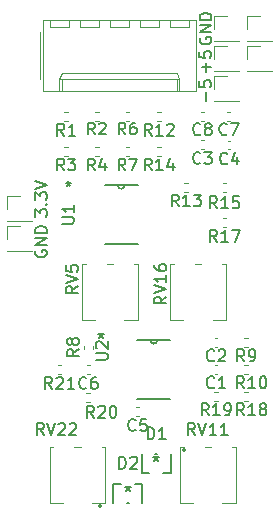
<source format=gbr>
%TF.GenerationSoftware,KiCad,Pcbnew,(7.0.0-0)*%
%TF.CreationDate,2023-08-15T00:25:00+01:00*%
%TF.ProjectId,EMGSensor3.1,454d4753-656e-4736-9f72-332e312e6b69,rev?*%
%TF.SameCoordinates,Original*%
%TF.FileFunction,Legend,Top*%
%TF.FilePolarity,Positive*%
%FSLAX46Y46*%
G04 Gerber Fmt 4.6, Leading zero omitted, Abs format (unit mm)*
G04 Created by KiCad (PCBNEW (7.0.0-0)) date 2023-08-15 00:25:00*
%MOMM*%
%LPD*%
G01*
G04 APERTURE LIST*
%ADD10C,0.150000*%
%ADD11C,0.120000*%
%ADD12C,0.152400*%
G04 APERTURE END LIST*
D10*
%TO.C,GND*%
X144703000Y-80873504D02*
X144655380Y-80968742D01*
X144655380Y-80968742D02*
X144655380Y-81111599D01*
X144655380Y-81111599D02*
X144703000Y-81254456D01*
X144703000Y-81254456D02*
X144798238Y-81349694D01*
X144798238Y-81349694D02*
X144893476Y-81397313D01*
X144893476Y-81397313D02*
X145083952Y-81444932D01*
X145083952Y-81444932D02*
X145226809Y-81444932D01*
X145226809Y-81444932D02*
X145417285Y-81397313D01*
X145417285Y-81397313D02*
X145512523Y-81349694D01*
X145512523Y-81349694D02*
X145607761Y-81254456D01*
X145607761Y-81254456D02*
X145655380Y-81111599D01*
X145655380Y-81111599D02*
X145655380Y-81016361D01*
X145655380Y-81016361D02*
X145607761Y-80873504D01*
X145607761Y-80873504D02*
X145560142Y-80825885D01*
X145560142Y-80825885D02*
X145226809Y-80825885D01*
X145226809Y-80825885D02*
X145226809Y-81016361D01*
X145655380Y-80397313D02*
X144655380Y-80397313D01*
X144655380Y-80397313D02*
X145655380Y-79825885D01*
X145655380Y-79825885D02*
X144655380Y-79825885D01*
X145655380Y-79349694D02*
X144655380Y-79349694D01*
X144655380Y-79349694D02*
X144655380Y-79111599D01*
X144655380Y-79111599D02*
X144703000Y-78968742D01*
X144703000Y-78968742D02*
X144798238Y-78873504D01*
X144798238Y-78873504D02*
X144893476Y-78825885D01*
X144893476Y-78825885D02*
X145083952Y-78778266D01*
X145083952Y-78778266D02*
X145226809Y-78778266D01*
X145226809Y-78778266D02*
X145417285Y-78825885D01*
X145417285Y-78825885D02*
X145512523Y-78873504D01*
X145512523Y-78873504D02*
X145607761Y-78968742D01*
X145607761Y-78968742D02*
X145655380Y-79111599D01*
X145655380Y-79111599D02*
X145655380Y-79349694D01*
%TO.C,+5*%
X145223628Y-83762742D02*
X145223628Y-83000838D01*
X145604580Y-83381790D02*
X144842676Y-83381790D01*
X144604580Y-82048457D02*
X144604580Y-82524647D01*
X144604580Y-82524647D02*
X145080771Y-82572266D01*
X145080771Y-82572266D02*
X145033152Y-82524647D01*
X145033152Y-82524647D02*
X144985533Y-82429409D01*
X144985533Y-82429409D02*
X144985533Y-82191314D01*
X144985533Y-82191314D02*
X145033152Y-82096076D01*
X145033152Y-82096076D02*
X145080771Y-82048457D01*
X145080771Y-82048457D02*
X145176009Y-82000838D01*
X145176009Y-82000838D02*
X145414104Y-82000838D01*
X145414104Y-82000838D02*
X145509342Y-82048457D01*
X145509342Y-82048457D02*
X145556961Y-82096076D01*
X145556961Y-82096076D02*
X145604580Y-82191314D01*
X145604580Y-82191314D02*
X145604580Y-82429409D01*
X145604580Y-82429409D02*
X145556961Y-82524647D01*
X145556961Y-82524647D02*
X145509342Y-82572266D01*
%TO.C,-5*%
X145223628Y-86251942D02*
X145223628Y-85490038D01*
X144604580Y-84537657D02*
X144604580Y-85013847D01*
X144604580Y-85013847D02*
X145080771Y-85061466D01*
X145080771Y-85061466D02*
X145033152Y-85013847D01*
X145033152Y-85013847D02*
X144985533Y-84918609D01*
X144985533Y-84918609D02*
X144985533Y-84680514D01*
X144985533Y-84680514D02*
X145033152Y-84585276D01*
X145033152Y-84585276D02*
X145080771Y-84537657D01*
X145080771Y-84537657D02*
X145176009Y-84490038D01*
X145176009Y-84490038D02*
X145414104Y-84490038D01*
X145414104Y-84490038D02*
X145509342Y-84537657D01*
X145509342Y-84537657D02*
X145556961Y-84585276D01*
X145556961Y-84585276D02*
X145604580Y-84680514D01*
X145604580Y-84680514D02*
X145604580Y-84918609D01*
X145604580Y-84918609D02*
X145556961Y-85013847D01*
X145556961Y-85013847D02*
X145509342Y-85061466D01*
%TO.C,GND*%
X130783800Y-98907504D02*
X130736180Y-99002742D01*
X130736180Y-99002742D02*
X130736180Y-99145599D01*
X130736180Y-99145599D02*
X130783800Y-99288456D01*
X130783800Y-99288456D02*
X130879038Y-99383694D01*
X130879038Y-99383694D02*
X130974276Y-99431313D01*
X130974276Y-99431313D02*
X131164752Y-99478932D01*
X131164752Y-99478932D02*
X131307609Y-99478932D01*
X131307609Y-99478932D02*
X131498085Y-99431313D01*
X131498085Y-99431313D02*
X131593323Y-99383694D01*
X131593323Y-99383694D02*
X131688561Y-99288456D01*
X131688561Y-99288456D02*
X131736180Y-99145599D01*
X131736180Y-99145599D02*
X131736180Y-99050361D01*
X131736180Y-99050361D02*
X131688561Y-98907504D01*
X131688561Y-98907504D02*
X131640942Y-98859885D01*
X131640942Y-98859885D02*
X131307609Y-98859885D01*
X131307609Y-98859885D02*
X131307609Y-99050361D01*
X131736180Y-98431313D02*
X130736180Y-98431313D01*
X130736180Y-98431313D02*
X131736180Y-97859885D01*
X131736180Y-97859885D02*
X130736180Y-97859885D01*
X131736180Y-97383694D02*
X130736180Y-97383694D01*
X130736180Y-97383694D02*
X130736180Y-97145599D01*
X130736180Y-97145599D02*
X130783800Y-97002742D01*
X130783800Y-97002742D02*
X130879038Y-96907504D01*
X130879038Y-96907504D02*
X130974276Y-96859885D01*
X130974276Y-96859885D02*
X131164752Y-96812266D01*
X131164752Y-96812266D02*
X131307609Y-96812266D01*
X131307609Y-96812266D02*
X131498085Y-96859885D01*
X131498085Y-96859885D02*
X131593323Y-96907504D01*
X131593323Y-96907504D02*
X131688561Y-97002742D01*
X131688561Y-97002742D02*
X131736180Y-97145599D01*
X131736180Y-97145599D02*
X131736180Y-97383694D01*
%TO.C,3.3V*%
X130736180Y-96014989D02*
X130736180Y-95395942D01*
X130736180Y-95395942D02*
X131117133Y-95729275D01*
X131117133Y-95729275D02*
X131117133Y-95586418D01*
X131117133Y-95586418D02*
X131164752Y-95491180D01*
X131164752Y-95491180D02*
X131212371Y-95443561D01*
X131212371Y-95443561D02*
X131307609Y-95395942D01*
X131307609Y-95395942D02*
X131545704Y-95395942D01*
X131545704Y-95395942D02*
X131640942Y-95443561D01*
X131640942Y-95443561D02*
X131688561Y-95491180D01*
X131688561Y-95491180D02*
X131736180Y-95586418D01*
X131736180Y-95586418D02*
X131736180Y-95872132D01*
X131736180Y-95872132D02*
X131688561Y-95967370D01*
X131688561Y-95967370D02*
X131640942Y-96014989D01*
X131640942Y-94967370D02*
X131688561Y-94919751D01*
X131688561Y-94919751D02*
X131736180Y-94967370D01*
X131736180Y-94967370D02*
X131688561Y-95014989D01*
X131688561Y-95014989D02*
X131640942Y-94967370D01*
X131640942Y-94967370D02*
X131736180Y-94967370D01*
X130736180Y-94586418D02*
X130736180Y-93967371D01*
X130736180Y-93967371D02*
X131117133Y-94300704D01*
X131117133Y-94300704D02*
X131117133Y-94157847D01*
X131117133Y-94157847D02*
X131164752Y-94062609D01*
X131164752Y-94062609D02*
X131212371Y-94014990D01*
X131212371Y-94014990D02*
X131307609Y-93967371D01*
X131307609Y-93967371D02*
X131545704Y-93967371D01*
X131545704Y-93967371D02*
X131640942Y-94014990D01*
X131640942Y-94014990D02*
X131688561Y-94062609D01*
X131688561Y-94062609D02*
X131736180Y-94157847D01*
X131736180Y-94157847D02*
X131736180Y-94443561D01*
X131736180Y-94443561D02*
X131688561Y-94538799D01*
X131688561Y-94538799D02*
X131640942Y-94586418D01*
X130736180Y-93681656D02*
X131736180Y-93348323D01*
X131736180Y-93348323D02*
X130736180Y-93014990D01*
%TO.C,R10*%
X148404342Y-110554580D02*
X148071009Y-110078390D01*
X147832914Y-110554580D02*
X147832914Y-109554580D01*
X147832914Y-109554580D02*
X148213866Y-109554580D01*
X148213866Y-109554580D02*
X148309104Y-109602200D01*
X148309104Y-109602200D02*
X148356723Y-109649819D01*
X148356723Y-109649819D02*
X148404342Y-109745057D01*
X148404342Y-109745057D02*
X148404342Y-109887914D01*
X148404342Y-109887914D02*
X148356723Y-109983152D01*
X148356723Y-109983152D02*
X148309104Y-110030771D01*
X148309104Y-110030771D02*
X148213866Y-110078390D01*
X148213866Y-110078390D02*
X147832914Y-110078390D01*
X149356723Y-110554580D02*
X148785295Y-110554580D01*
X149071009Y-110554580D02*
X149071009Y-109554580D01*
X149071009Y-109554580D02*
X148975771Y-109697438D01*
X148975771Y-109697438D02*
X148880533Y-109792676D01*
X148880533Y-109792676D02*
X148785295Y-109840295D01*
X149975771Y-109554580D02*
X150071009Y-109554580D01*
X150071009Y-109554580D02*
X150166247Y-109602200D01*
X150166247Y-109602200D02*
X150213866Y-109649819D01*
X150213866Y-109649819D02*
X150261485Y-109745057D01*
X150261485Y-109745057D02*
X150309104Y-109935533D01*
X150309104Y-109935533D02*
X150309104Y-110173628D01*
X150309104Y-110173628D02*
X150261485Y-110364104D01*
X150261485Y-110364104D02*
X150213866Y-110459342D01*
X150213866Y-110459342D02*
X150166247Y-110506961D01*
X150166247Y-110506961D02*
X150071009Y-110554580D01*
X150071009Y-110554580D02*
X149975771Y-110554580D01*
X149975771Y-110554580D02*
X149880533Y-110506961D01*
X149880533Y-110506961D02*
X149832914Y-110459342D01*
X149832914Y-110459342D02*
X149785295Y-110364104D01*
X149785295Y-110364104D02*
X149737676Y-110173628D01*
X149737676Y-110173628D02*
X149737676Y-109935533D01*
X149737676Y-109935533D02*
X149785295Y-109745057D01*
X149785295Y-109745057D02*
X149832914Y-109649819D01*
X149832914Y-109649819D02*
X149880533Y-109602200D01*
X149880533Y-109602200D02*
X149975771Y-109554580D01*
%TO.C,R1*%
X133187333Y-89165780D02*
X132854000Y-88689590D01*
X132615905Y-89165780D02*
X132615905Y-88165780D01*
X132615905Y-88165780D02*
X132996857Y-88165780D01*
X132996857Y-88165780D02*
X133092095Y-88213400D01*
X133092095Y-88213400D02*
X133139714Y-88261019D01*
X133139714Y-88261019D02*
X133187333Y-88356257D01*
X133187333Y-88356257D02*
X133187333Y-88499114D01*
X133187333Y-88499114D02*
X133139714Y-88594352D01*
X133139714Y-88594352D02*
X133092095Y-88641971D01*
X133092095Y-88641971D02*
X132996857Y-88689590D01*
X132996857Y-88689590D02*
X132615905Y-88689590D01*
X134139714Y-89165780D02*
X133568286Y-89165780D01*
X133854000Y-89165780D02*
X133854000Y-88165780D01*
X133854000Y-88165780D02*
X133758762Y-88308638D01*
X133758762Y-88308638D02*
X133663524Y-88403876D01*
X133663524Y-88403876D02*
X133568286Y-88451495D01*
%TO.C,*%
%TO.C,R12*%
X140581142Y-89165780D02*
X140247809Y-88689590D01*
X140009714Y-89165780D02*
X140009714Y-88165780D01*
X140009714Y-88165780D02*
X140390666Y-88165780D01*
X140390666Y-88165780D02*
X140485904Y-88213400D01*
X140485904Y-88213400D02*
X140533523Y-88261019D01*
X140533523Y-88261019D02*
X140581142Y-88356257D01*
X140581142Y-88356257D02*
X140581142Y-88499114D01*
X140581142Y-88499114D02*
X140533523Y-88594352D01*
X140533523Y-88594352D02*
X140485904Y-88641971D01*
X140485904Y-88641971D02*
X140390666Y-88689590D01*
X140390666Y-88689590D02*
X140009714Y-88689590D01*
X141533523Y-89165780D02*
X140962095Y-89165780D01*
X141247809Y-89165780D02*
X141247809Y-88165780D01*
X141247809Y-88165780D02*
X141152571Y-88308638D01*
X141152571Y-88308638D02*
X141057333Y-88403876D01*
X141057333Y-88403876D02*
X140962095Y-88451495D01*
X141914476Y-88261019D02*
X141962095Y-88213400D01*
X141962095Y-88213400D02*
X142057333Y-88165780D01*
X142057333Y-88165780D02*
X142295428Y-88165780D01*
X142295428Y-88165780D02*
X142390666Y-88213400D01*
X142390666Y-88213400D02*
X142438285Y-88261019D01*
X142438285Y-88261019D02*
X142485904Y-88356257D01*
X142485904Y-88356257D02*
X142485904Y-88451495D01*
X142485904Y-88451495D02*
X142438285Y-88594352D01*
X142438285Y-88594352D02*
X141866857Y-89165780D01*
X141866857Y-89165780D02*
X142485904Y-89165780D01*
%TO.C,*%
%TO.C,R13*%
X142869142Y-95160180D02*
X142535809Y-94683990D01*
X142297714Y-95160180D02*
X142297714Y-94160180D01*
X142297714Y-94160180D02*
X142678666Y-94160180D01*
X142678666Y-94160180D02*
X142773904Y-94207800D01*
X142773904Y-94207800D02*
X142821523Y-94255419D01*
X142821523Y-94255419D02*
X142869142Y-94350657D01*
X142869142Y-94350657D02*
X142869142Y-94493514D01*
X142869142Y-94493514D02*
X142821523Y-94588752D01*
X142821523Y-94588752D02*
X142773904Y-94636371D01*
X142773904Y-94636371D02*
X142678666Y-94683990D01*
X142678666Y-94683990D02*
X142297714Y-94683990D01*
X143821523Y-95160180D02*
X143250095Y-95160180D01*
X143535809Y-95160180D02*
X143535809Y-94160180D01*
X143535809Y-94160180D02*
X143440571Y-94303038D01*
X143440571Y-94303038D02*
X143345333Y-94398276D01*
X143345333Y-94398276D02*
X143250095Y-94445895D01*
X144154857Y-94160180D02*
X144773904Y-94160180D01*
X144773904Y-94160180D02*
X144440571Y-94541133D01*
X144440571Y-94541133D02*
X144583428Y-94541133D01*
X144583428Y-94541133D02*
X144678666Y-94588752D01*
X144678666Y-94588752D02*
X144726285Y-94636371D01*
X144726285Y-94636371D02*
X144773904Y-94731609D01*
X144773904Y-94731609D02*
X144773904Y-94969704D01*
X144773904Y-94969704D02*
X144726285Y-95064942D01*
X144726285Y-95064942D02*
X144678666Y-95112561D01*
X144678666Y-95112561D02*
X144583428Y-95160180D01*
X144583428Y-95160180D02*
X144297714Y-95160180D01*
X144297714Y-95160180D02*
X144202476Y-95112561D01*
X144202476Y-95112561D02*
X144154857Y-95064942D01*
%TO.C,C6*%
X135062933Y-110510142D02*
X135015314Y-110557761D01*
X135015314Y-110557761D02*
X134872457Y-110605380D01*
X134872457Y-110605380D02*
X134777219Y-110605380D01*
X134777219Y-110605380D02*
X134634362Y-110557761D01*
X134634362Y-110557761D02*
X134539124Y-110462523D01*
X134539124Y-110462523D02*
X134491505Y-110367285D01*
X134491505Y-110367285D02*
X134443886Y-110176809D01*
X134443886Y-110176809D02*
X134443886Y-110033952D01*
X134443886Y-110033952D02*
X134491505Y-109843476D01*
X134491505Y-109843476D02*
X134539124Y-109748238D01*
X134539124Y-109748238D02*
X134634362Y-109653000D01*
X134634362Y-109653000D02*
X134777219Y-109605380D01*
X134777219Y-109605380D02*
X134872457Y-109605380D01*
X134872457Y-109605380D02*
X135015314Y-109653000D01*
X135015314Y-109653000D02*
X135062933Y-109700619D01*
X135920076Y-109605380D02*
X135729600Y-109605380D01*
X135729600Y-109605380D02*
X135634362Y-109653000D01*
X135634362Y-109653000D02*
X135586743Y-109700619D01*
X135586743Y-109700619D02*
X135491505Y-109843476D01*
X135491505Y-109843476D02*
X135443886Y-110033952D01*
X135443886Y-110033952D02*
X135443886Y-110414904D01*
X135443886Y-110414904D02*
X135491505Y-110510142D01*
X135491505Y-110510142D02*
X135539124Y-110557761D01*
X135539124Y-110557761D02*
X135634362Y-110605380D01*
X135634362Y-110605380D02*
X135824838Y-110605380D01*
X135824838Y-110605380D02*
X135920076Y-110557761D01*
X135920076Y-110557761D02*
X135967695Y-110510142D01*
X135967695Y-110510142D02*
X136015314Y-110414904D01*
X136015314Y-110414904D02*
X136015314Y-110176809D01*
X136015314Y-110176809D02*
X135967695Y-110081571D01*
X135967695Y-110081571D02*
X135920076Y-110033952D01*
X135920076Y-110033952D02*
X135824838Y-109986333D01*
X135824838Y-109986333D02*
X135634362Y-109986333D01*
X135634362Y-109986333D02*
X135539124Y-110033952D01*
X135539124Y-110033952D02*
X135491505Y-110081571D01*
X135491505Y-110081571D02*
X135443886Y-110176809D01*
%TO.C,R21*%
X132148342Y-110605380D02*
X131815009Y-110129190D01*
X131576914Y-110605380D02*
X131576914Y-109605380D01*
X131576914Y-109605380D02*
X131957866Y-109605380D01*
X131957866Y-109605380D02*
X132053104Y-109653000D01*
X132053104Y-109653000D02*
X132100723Y-109700619D01*
X132100723Y-109700619D02*
X132148342Y-109795857D01*
X132148342Y-109795857D02*
X132148342Y-109938714D01*
X132148342Y-109938714D02*
X132100723Y-110033952D01*
X132100723Y-110033952D02*
X132053104Y-110081571D01*
X132053104Y-110081571D02*
X131957866Y-110129190D01*
X131957866Y-110129190D02*
X131576914Y-110129190D01*
X132529295Y-109700619D02*
X132576914Y-109653000D01*
X132576914Y-109653000D02*
X132672152Y-109605380D01*
X132672152Y-109605380D02*
X132910247Y-109605380D01*
X132910247Y-109605380D02*
X133005485Y-109653000D01*
X133005485Y-109653000D02*
X133053104Y-109700619D01*
X133053104Y-109700619D02*
X133100723Y-109795857D01*
X133100723Y-109795857D02*
X133100723Y-109891095D01*
X133100723Y-109891095D02*
X133053104Y-110033952D01*
X133053104Y-110033952D02*
X132481676Y-110605380D01*
X132481676Y-110605380D02*
X133100723Y-110605380D01*
X134053104Y-110605380D02*
X133481676Y-110605380D01*
X133767390Y-110605380D02*
X133767390Y-109605380D01*
X133767390Y-109605380D02*
X133672152Y-109748238D01*
X133672152Y-109748238D02*
X133576914Y-109843476D01*
X133576914Y-109843476D02*
X133481676Y-109891095D01*
%TO.C,*%
%TO.C,R8*%
X134426980Y-107255066D02*
X133950790Y-107588399D01*
X134426980Y-107826494D02*
X133426980Y-107826494D01*
X133426980Y-107826494D02*
X133426980Y-107445542D01*
X133426980Y-107445542D02*
X133474600Y-107350304D01*
X133474600Y-107350304D02*
X133522219Y-107302685D01*
X133522219Y-107302685D02*
X133617457Y-107255066D01*
X133617457Y-107255066D02*
X133760314Y-107255066D01*
X133760314Y-107255066D02*
X133855552Y-107302685D01*
X133855552Y-107302685D02*
X133903171Y-107350304D01*
X133903171Y-107350304D02*
X133950790Y-107445542D01*
X133950790Y-107445542D02*
X133950790Y-107826494D01*
X133855552Y-106683637D02*
X133807933Y-106778875D01*
X133807933Y-106778875D02*
X133760314Y-106826494D01*
X133760314Y-106826494D02*
X133665076Y-106874113D01*
X133665076Y-106874113D02*
X133617457Y-106874113D01*
X133617457Y-106874113D02*
X133522219Y-106826494D01*
X133522219Y-106826494D02*
X133474600Y-106778875D01*
X133474600Y-106778875D02*
X133426980Y-106683637D01*
X133426980Y-106683637D02*
X133426980Y-106493161D01*
X133426980Y-106493161D02*
X133474600Y-106397923D01*
X133474600Y-106397923D02*
X133522219Y-106350304D01*
X133522219Y-106350304D02*
X133617457Y-106302685D01*
X133617457Y-106302685D02*
X133665076Y-106302685D01*
X133665076Y-106302685D02*
X133760314Y-106350304D01*
X133760314Y-106350304D02*
X133807933Y-106397923D01*
X133807933Y-106397923D02*
X133855552Y-106493161D01*
X133855552Y-106493161D02*
X133855552Y-106683637D01*
X133855552Y-106683637D02*
X133903171Y-106778875D01*
X133903171Y-106778875D02*
X133950790Y-106826494D01*
X133950790Y-106826494D02*
X134046028Y-106874113D01*
X134046028Y-106874113D02*
X134236504Y-106874113D01*
X134236504Y-106874113D02*
X134331742Y-106826494D01*
X134331742Y-106826494D02*
X134379361Y-106778875D01*
X134379361Y-106778875D02*
X134426980Y-106683637D01*
X134426980Y-106683637D02*
X134426980Y-106493161D01*
X134426980Y-106493161D02*
X134379361Y-106397923D01*
X134379361Y-106397923D02*
X134331742Y-106350304D01*
X134331742Y-106350304D02*
X134236504Y-106302685D01*
X134236504Y-106302685D02*
X134046028Y-106302685D01*
X134046028Y-106302685D02*
X133950790Y-106350304D01*
X133950790Y-106350304D02*
X133903171Y-106397923D01*
X133903171Y-106397923D02*
X133855552Y-106493161D01*
%TO.C,RV11*%
X144267371Y-114514980D02*
X143934038Y-114038790D01*
X143695943Y-114514980D02*
X143695943Y-113514980D01*
X143695943Y-113514980D02*
X144076895Y-113514980D01*
X144076895Y-113514980D02*
X144172133Y-113562600D01*
X144172133Y-113562600D02*
X144219752Y-113610219D01*
X144219752Y-113610219D02*
X144267371Y-113705457D01*
X144267371Y-113705457D02*
X144267371Y-113848314D01*
X144267371Y-113848314D02*
X144219752Y-113943552D01*
X144219752Y-113943552D02*
X144172133Y-113991171D01*
X144172133Y-113991171D02*
X144076895Y-114038790D01*
X144076895Y-114038790D02*
X143695943Y-114038790D01*
X144553086Y-113514980D02*
X144886419Y-114514980D01*
X144886419Y-114514980D02*
X145219752Y-113514980D01*
X146076895Y-114514980D02*
X145505467Y-114514980D01*
X145791181Y-114514980D02*
X145791181Y-113514980D01*
X145791181Y-113514980D02*
X145695943Y-113657838D01*
X145695943Y-113657838D02*
X145600705Y-113753076D01*
X145600705Y-113753076D02*
X145505467Y-113800695D01*
X147029276Y-114514980D02*
X146457848Y-114514980D01*
X146743562Y-114514980D02*
X146743562Y-113514980D01*
X146743562Y-113514980D02*
X146648324Y-113657838D01*
X146648324Y-113657838D02*
X146553086Y-113753076D01*
X146553086Y-113753076D02*
X146457848Y-113800695D01*
%TO.C,R7*%
X138368933Y-92112180D02*
X138035600Y-91635990D01*
X137797505Y-92112180D02*
X137797505Y-91112180D01*
X137797505Y-91112180D02*
X138178457Y-91112180D01*
X138178457Y-91112180D02*
X138273695Y-91159800D01*
X138273695Y-91159800D02*
X138321314Y-91207419D01*
X138321314Y-91207419D02*
X138368933Y-91302657D01*
X138368933Y-91302657D02*
X138368933Y-91445514D01*
X138368933Y-91445514D02*
X138321314Y-91540752D01*
X138321314Y-91540752D02*
X138273695Y-91588371D01*
X138273695Y-91588371D02*
X138178457Y-91635990D01*
X138178457Y-91635990D02*
X137797505Y-91635990D01*
X138702267Y-91112180D02*
X139368933Y-91112180D01*
X139368933Y-91112180D02*
X138940362Y-92112180D01*
%TO.C,*%
%TO.C,D1*%
X140242306Y-114870580D02*
X140242306Y-113870580D01*
X140242306Y-113870580D02*
X140480401Y-113870580D01*
X140480401Y-113870580D02*
X140623258Y-113918200D01*
X140623258Y-113918200D02*
X140718496Y-114013438D01*
X140718496Y-114013438D02*
X140766115Y-114108676D01*
X140766115Y-114108676D02*
X140813734Y-114299152D01*
X140813734Y-114299152D02*
X140813734Y-114442009D01*
X140813734Y-114442009D02*
X140766115Y-114632485D01*
X140766115Y-114632485D02*
X140718496Y-114727723D01*
X140718496Y-114727723D02*
X140623258Y-114822961D01*
X140623258Y-114822961D02*
X140480401Y-114870580D01*
X140480401Y-114870580D02*
X140242306Y-114870580D01*
X141766115Y-114870580D02*
X141194687Y-114870580D01*
X141480401Y-114870580D02*
X141480401Y-113870580D01*
X141480401Y-113870580D02*
X141385163Y-114013438D01*
X141385163Y-114013438D02*
X141289925Y-114108676D01*
X141289925Y-114108676D02*
X141194687Y-114156295D01*
X140970000Y-116258180D02*
X140970000Y-116496276D01*
X140731905Y-116401038D02*
X140970000Y-116496276D01*
X140970000Y-116496276D02*
X141208095Y-116401038D01*
X140827143Y-116686752D02*
X140970000Y-116496276D01*
X140970000Y-116496276D02*
X141112857Y-116686752D01*
%TO.C,*%
%TO.C,U1*%
X133022180Y-96621504D02*
X133831704Y-96621504D01*
X133831704Y-96621504D02*
X133926942Y-96573885D01*
X133926942Y-96573885D02*
X133974561Y-96526266D01*
X133974561Y-96526266D02*
X134022180Y-96431028D01*
X134022180Y-96431028D02*
X134022180Y-96240552D01*
X134022180Y-96240552D02*
X133974561Y-96145314D01*
X133974561Y-96145314D02*
X133926942Y-96097695D01*
X133926942Y-96097695D02*
X133831704Y-96050076D01*
X133831704Y-96050076D02*
X133022180Y-96050076D01*
X134022180Y-95050076D02*
X134022180Y-95621504D01*
X134022180Y-95335790D02*
X133022180Y-95335790D01*
X133022180Y-95335790D02*
X133165038Y-95431028D01*
X133165038Y-95431028D02*
X133260276Y-95526266D01*
X133260276Y-95526266D02*
X133307895Y-95621504D01*
X133553200Y-92991780D02*
X133553200Y-93229876D01*
X133315105Y-93134638D02*
X133553200Y-93229876D01*
X133553200Y-93229876D02*
X133791295Y-93134638D01*
X133410343Y-93420352D02*
X133553200Y-93229876D01*
X133553200Y-93229876D02*
X133696057Y-93420352D01*
%TO.C,R18*%
X148404342Y-112840580D02*
X148071009Y-112364390D01*
X147832914Y-112840580D02*
X147832914Y-111840580D01*
X147832914Y-111840580D02*
X148213866Y-111840580D01*
X148213866Y-111840580D02*
X148309104Y-111888200D01*
X148309104Y-111888200D02*
X148356723Y-111935819D01*
X148356723Y-111935819D02*
X148404342Y-112031057D01*
X148404342Y-112031057D02*
X148404342Y-112173914D01*
X148404342Y-112173914D02*
X148356723Y-112269152D01*
X148356723Y-112269152D02*
X148309104Y-112316771D01*
X148309104Y-112316771D02*
X148213866Y-112364390D01*
X148213866Y-112364390D02*
X147832914Y-112364390D01*
X149356723Y-112840580D02*
X148785295Y-112840580D01*
X149071009Y-112840580D02*
X149071009Y-111840580D01*
X149071009Y-111840580D02*
X148975771Y-111983438D01*
X148975771Y-111983438D02*
X148880533Y-112078676D01*
X148880533Y-112078676D02*
X148785295Y-112126295D01*
X149928152Y-112269152D02*
X149832914Y-112221533D01*
X149832914Y-112221533D02*
X149785295Y-112173914D01*
X149785295Y-112173914D02*
X149737676Y-112078676D01*
X149737676Y-112078676D02*
X149737676Y-112031057D01*
X149737676Y-112031057D02*
X149785295Y-111935819D01*
X149785295Y-111935819D02*
X149832914Y-111888200D01*
X149832914Y-111888200D02*
X149928152Y-111840580D01*
X149928152Y-111840580D02*
X150118628Y-111840580D01*
X150118628Y-111840580D02*
X150213866Y-111888200D01*
X150213866Y-111888200D02*
X150261485Y-111935819D01*
X150261485Y-111935819D02*
X150309104Y-112031057D01*
X150309104Y-112031057D02*
X150309104Y-112078676D01*
X150309104Y-112078676D02*
X150261485Y-112173914D01*
X150261485Y-112173914D02*
X150213866Y-112221533D01*
X150213866Y-112221533D02*
X150118628Y-112269152D01*
X150118628Y-112269152D02*
X149928152Y-112269152D01*
X149928152Y-112269152D02*
X149832914Y-112316771D01*
X149832914Y-112316771D02*
X149785295Y-112364390D01*
X149785295Y-112364390D02*
X149737676Y-112459628D01*
X149737676Y-112459628D02*
X149737676Y-112650104D01*
X149737676Y-112650104D02*
X149785295Y-112745342D01*
X149785295Y-112745342D02*
X149832914Y-112792961D01*
X149832914Y-112792961D02*
X149928152Y-112840580D01*
X149928152Y-112840580D02*
X150118628Y-112840580D01*
X150118628Y-112840580D02*
X150213866Y-112792961D01*
X150213866Y-112792961D02*
X150261485Y-112745342D01*
X150261485Y-112745342D02*
X150309104Y-112650104D01*
X150309104Y-112650104D02*
X150309104Y-112459628D01*
X150309104Y-112459628D02*
X150261485Y-112364390D01*
X150261485Y-112364390D02*
X150213866Y-112316771D01*
X150213866Y-112316771D02*
X150118628Y-112269152D01*
%TO.C,*%
%TO.C,R4*%
X135778133Y-92112180D02*
X135444800Y-91635990D01*
X135206705Y-92112180D02*
X135206705Y-91112180D01*
X135206705Y-91112180D02*
X135587657Y-91112180D01*
X135587657Y-91112180D02*
X135682895Y-91159800D01*
X135682895Y-91159800D02*
X135730514Y-91207419D01*
X135730514Y-91207419D02*
X135778133Y-91302657D01*
X135778133Y-91302657D02*
X135778133Y-91445514D01*
X135778133Y-91445514D02*
X135730514Y-91540752D01*
X135730514Y-91540752D02*
X135682895Y-91588371D01*
X135682895Y-91588371D02*
X135587657Y-91635990D01*
X135587657Y-91635990D02*
X135206705Y-91635990D01*
X136635276Y-91445514D02*
X136635276Y-92112180D01*
X136397181Y-91064561D02*
X136159086Y-91778847D01*
X136159086Y-91778847D02*
X136778133Y-91778847D01*
%TO.C,C2*%
X145883333Y-108173342D02*
X145835714Y-108220961D01*
X145835714Y-108220961D02*
X145692857Y-108268580D01*
X145692857Y-108268580D02*
X145597619Y-108268580D01*
X145597619Y-108268580D02*
X145454762Y-108220961D01*
X145454762Y-108220961D02*
X145359524Y-108125723D01*
X145359524Y-108125723D02*
X145311905Y-108030485D01*
X145311905Y-108030485D02*
X145264286Y-107840009D01*
X145264286Y-107840009D02*
X145264286Y-107697152D01*
X145264286Y-107697152D02*
X145311905Y-107506676D01*
X145311905Y-107506676D02*
X145359524Y-107411438D01*
X145359524Y-107411438D02*
X145454762Y-107316200D01*
X145454762Y-107316200D02*
X145597619Y-107268580D01*
X145597619Y-107268580D02*
X145692857Y-107268580D01*
X145692857Y-107268580D02*
X145835714Y-107316200D01*
X145835714Y-107316200D02*
X145883333Y-107363819D01*
X146264286Y-107363819D02*
X146311905Y-107316200D01*
X146311905Y-107316200D02*
X146407143Y-107268580D01*
X146407143Y-107268580D02*
X146645238Y-107268580D01*
X146645238Y-107268580D02*
X146740476Y-107316200D01*
X146740476Y-107316200D02*
X146788095Y-107363819D01*
X146788095Y-107363819D02*
X146835714Y-107459057D01*
X146835714Y-107459057D02*
X146835714Y-107554295D01*
X146835714Y-107554295D02*
X146788095Y-107697152D01*
X146788095Y-107697152D02*
X146216667Y-108268580D01*
X146216667Y-108268580D02*
X146835714Y-108268580D01*
%TO.C,*%
%TO.C,R14*%
X140581142Y-92112180D02*
X140247809Y-91635990D01*
X140009714Y-92112180D02*
X140009714Y-91112180D01*
X140009714Y-91112180D02*
X140390666Y-91112180D01*
X140390666Y-91112180D02*
X140485904Y-91159800D01*
X140485904Y-91159800D02*
X140533523Y-91207419D01*
X140533523Y-91207419D02*
X140581142Y-91302657D01*
X140581142Y-91302657D02*
X140581142Y-91445514D01*
X140581142Y-91445514D02*
X140533523Y-91540752D01*
X140533523Y-91540752D02*
X140485904Y-91588371D01*
X140485904Y-91588371D02*
X140390666Y-91635990D01*
X140390666Y-91635990D02*
X140009714Y-91635990D01*
X141533523Y-92112180D02*
X140962095Y-92112180D01*
X141247809Y-92112180D02*
X141247809Y-91112180D01*
X141247809Y-91112180D02*
X141152571Y-91255038D01*
X141152571Y-91255038D02*
X141057333Y-91350276D01*
X141057333Y-91350276D02*
X140962095Y-91397895D01*
X142390666Y-91445514D02*
X142390666Y-92112180D01*
X142152571Y-91064561D02*
X141914476Y-91778847D01*
X141914476Y-91778847D02*
X142533523Y-91778847D01*
%TO.C,*%
%TO.C,R15*%
X146120342Y-95312580D02*
X145787009Y-94836390D01*
X145548914Y-95312580D02*
X145548914Y-94312580D01*
X145548914Y-94312580D02*
X145929866Y-94312580D01*
X145929866Y-94312580D02*
X146025104Y-94360200D01*
X146025104Y-94360200D02*
X146072723Y-94407819D01*
X146072723Y-94407819D02*
X146120342Y-94503057D01*
X146120342Y-94503057D02*
X146120342Y-94645914D01*
X146120342Y-94645914D02*
X146072723Y-94741152D01*
X146072723Y-94741152D02*
X146025104Y-94788771D01*
X146025104Y-94788771D02*
X145929866Y-94836390D01*
X145929866Y-94836390D02*
X145548914Y-94836390D01*
X147072723Y-95312580D02*
X146501295Y-95312580D01*
X146787009Y-95312580D02*
X146787009Y-94312580D01*
X146787009Y-94312580D02*
X146691771Y-94455438D01*
X146691771Y-94455438D02*
X146596533Y-94550676D01*
X146596533Y-94550676D02*
X146501295Y-94598295D01*
X147977485Y-94312580D02*
X147501295Y-94312580D01*
X147501295Y-94312580D02*
X147453676Y-94788771D01*
X147453676Y-94788771D02*
X147501295Y-94741152D01*
X147501295Y-94741152D02*
X147596533Y-94693533D01*
X147596533Y-94693533D02*
X147834628Y-94693533D01*
X147834628Y-94693533D02*
X147929866Y-94741152D01*
X147929866Y-94741152D02*
X147977485Y-94788771D01*
X147977485Y-94788771D02*
X148025104Y-94884009D01*
X148025104Y-94884009D02*
X148025104Y-95122104D01*
X148025104Y-95122104D02*
X147977485Y-95217342D01*
X147977485Y-95217342D02*
X147929866Y-95264961D01*
X147929866Y-95264961D02*
X147834628Y-95312580D01*
X147834628Y-95312580D02*
X147596533Y-95312580D01*
X147596533Y-95312580D02*
X147501295Y-95264961D01*
X147501295Y-95264961D02*
X147453676Y-95217342D01*
%TO.C,*%
%TO.C,C4*%
X146995733Y-91508942D02*
X146948114Y-91556561D01*
X146948114Y-91556561D02*
X146805257Y-91604180D01*
X146805257Y-91604180D02*
X146710019Y-91604180D01*
X146710019Y-91604180D02*
X146567162Y-91556561D01*
X146567162Y-91556561D02*
X146471924Y-91461323D01*
X146471924Y-91461323D02*
X146424305Y-91366085D01*
X146424305Y-91366085D02*
X146376686Y-91175609D01*
X146376686Y-91175609D02*
X146376686Y-91032752D01*
X146376686Y-91032752D02*
X146424305Y-90842276D01*
X146424305Y-90842276D02*
X146471924Y-90747038D01*
X146471924Y-90747038D02*
X146567162Y-90651800D01*
X146567162Y-90651800D02*
X146710019Y-90604180D01*
X146710019Y-90604180D02*
X146805257Y-90604180D01*
X146805257Y-90604180D02*
X146948114Y-90651800D01*
X146948114Y-90651800D02*
X146995733Y-90699419D01*
X147852876Y-90937514D02*
X147852876Y-91604180D01*
X147614781Y-90556561D02*
X147376686Y-91270847D01*
X147376686Y-91270847D02*
X147995733Y-91270847D01*
%TO.C,*%
%TO.C,C1*%
X145883333Y-110457342D02*
X145835714Y-110504961D01*
X145835714Y-110504961D02*
X145692857Y-110552580D01*
X145692857Y-110552580D02*
X145597619Y-110552580D01*
X145597619Y-110552580D02*
X145454762Y-110504961D01*
X145454762Y-110504961D02*
X145359524Y-110409723D01*
X145359524Y-110409723D02*
X145311905Y-110314485D01*
X145311905Y-110314485D02*
X145264286Y-110124009D01*
X145264286Y-110124009D02*
X145264286Y-109981152D01*
X145264286Y-109981152D02*
X145311905Y-109790676D01*
X145311905Y-109790676D02*
X145359524Y-109695438D01*
X145359524Y-109695438D02*
X145454762Y-109600200D01*
X145454762Y-109600200D02*
X145597619Y-109552580D01*
X145597619Y-109552580D02*
X145692857Y-109552580D01*
X145692857Y-109552580D02*
X145835714Y-109600200D01*
X145835714Y-109600200D02*
X145883333Y-109647819D01*
X146835714Y-110552580D02*
X146264286Y-110552580D01*
X146550000Y-110552580D02*
X146550000Y-109552580D01*
X146550000Y-109552580D02*
X146454762Y-109695438D01*
X146454762Y-109695438D02*
X146359524Y-109790676D01*
X146359524Y-109790676D02*
X146264286Y-109838295D01*
%TO.C,R6*%
X138368933Y-89065780D02*
X138035600Y-88589590D01*
X137797505Y-89065780D02*
X137797505Y-88065780D01*
X137797505Y-88065780D02*
X138178457Y-88065780D01*
X138178457Y-88065780D02*
X138273695Y-88113400D01*
X138273695Y-88113400D02*
X138321314Y-88161019D01*
X138321314Y-88161019D02*
X138368933Y-88256257D01*
X138368933Y-88256257D02*
X138368933Y-88399114D01*
X138368933Y-88399114D02*
X138321314Y-88494352D01*
X138321314Y-88494352D02*
X138273695Y-88541971D01*
X138273695Y-88541971D02*
X138178457Y-88589590D01*
X138178457Y-88589590D02*
X137797505Y-88589590D01*
X139226076Y-88065780D02*
X139035600Y-88065780D01*
X139035600Y-88065780D02*
X138940362Y-88113400D01*
X138940362Y-88113400D02*
X138892743Y-88161019D01*
X138892743Y-88161019D02*
X138797505Y-88303876D01*
X138797505Y-88303876D02*
X138749886Y-88494352D01*
X138749886Y-88494352D02*
X138749886Y-88875304D01*
X138749886Y-88875304D02*
X138797505Y-88970542D01*
X138797505Y-88970542D02*
X138845124Y-89018161D01*
X138845124Y-89018161D02*
X138940362Y-89065780D01*
X138940362Y-89065780D02*
X139130838Y-89065780D01*
X139130838Y-89065780D02*
X139226076Y-89018161D01*
X139226076Y-89018161D02*
X139273695Y-88970542D01*
X139273695Y-88970542D02*
X139321314Y-88875304D01*
X139321314Y-88875304D02*
X139321314Y-88637209D01*
X139321314Y-88637209D02*
X139273695Y-88541971D01*
X139273695Y-88541971D02*
X139226076Y-88494352D01*
X139226076Y-88494352D02*
X139130838Y-88446733D01*
X139130838Y-88446733D02*
X138940362Y-88446733D01*
X138940362Y-88446733D02*
X138845124Y-88494352D01*
X138845124Y-88494352D02*
X138797505Y-88541971D01*
X138797505Y-88541971D02*
X138749886Y-88637209D01*
%TO.C,*%
%TO.C,R2*%
X135776133Y-89065780D02*
X135442800Y-88589590D01*
X135204705Y-89065780D02*
X135204705Y-88065780D01*
X135204705Y-88065780D02*
X135585657Y-88065780D01*
X135585657Y-88065780D02*
X135680895Y-88113400D01*
X135680895Y-88113400D02*
X135728514Y-88161019D01*
X135728514Y-88161019D02*
X135776133Y-88256257D01*
X135776133Y-88256257D02*
X135776133Y-88399114D01*
X135776133Y-88399114D02*
X135728514Y-88494352D01*
X135728514Y-88494352D02*
X135680895Y-88541971D01*
X135680895Y-88541971D02*
X135585657Y-88589590D01*
X135585657Y-88589590D02*
X135204705Y-88589590D01*
X136157086Y-88161019D02*
X136204705Y-88113400D01*
X136204705Y-88113400D02*
X136299943Y-88065780D01*
X136299943Y-88065780D02*
X136538038Y-88065780D01*
X136538038Y-88065780D02*
X136633276Y-88113400D01*
X136633276Y-88113400D02*
X136680895Y-88161019D01*
X136680895Y-88161019D02*
X136728514Y-88256257D01*
X136728514Y-88256257D02*
X136728514Y-88351495D01*
X136728514Y-88351495D02*
X136680895Y-88494352D01*
X136680895Y-88494352D02*
X136109467Y-89065780D01*
X136109467Y-89065780D02*
X136728514Y-89065780D01*
%TO.C,*%
%TO.C,RV16*%
X141826980Y-102789828D02*
X141350790Y-103123161D01*
X141826980Y-103361256D02*
X140826980Y-103361256D01*
X140826980Y-103361256D02*
X140826980Y-102980304D01*
X140826980Y-102980304D02*
X140874600Y-102885066D01*
X140874600Y-102885066D02*
X140922219Y-102837447D01*
X140922219Y-102837447D02*
X141017457Y-102789828D01*
X141017457Y-102789828D02*
X141160314Y-102789828D01*
X141160314Y-102789828D02*
X141255552Y-102837447D01*
X141255552Y-102837447D02*
X141303171Y-102885066D01*
X141303171Y-102885066D02*
X141350790Y-102980304D01*
X141350790Y-102980304D02*
X141350790Y-103361256D01*
X140826980Y-102504113D02*
X141826980Y-102170780D01*
X141826980Y-102170780D02*
X140826980Y-101837447D01*
X141826980Y-100980304D02*
X141826980Y-101551732D01*
X141826980Y-101266018D02*
X140826980Y-101266018D01*
X140826980Y-101266018D02*
X140969838Y-101361256D01*
X140969838Y-101361256D02*
X141065076Y-101456494D01*
X141065076Y-101456494D02*
X141112695Y-101551732D01*
X140826980Y-100123161D02*
X140826980Y-100313637D01*
X140826980Y-100313637D02*
X140874600Y-100408875D01*
X140874600Y-100408875D02*
X140922219Y-100456494D01*
X140922219Y-100456494D02*
X141065076Y-100551732D01*
X141065076Y-100551732D02*
X141255552Y-100599351D01*
X141255552Y-100599351D02*
X141636504Y-100599351D01*
X141636504Y-100599351D02*
X141731742Y-100551732D01*
X141731742Y-100551732D02*
X141779361Y-100504113D01*
X141779361Y-100504113D02*
X141826980Y-100408875D01*
X141826980Y-100408875D02*
X141826980Y-100218399D01*
X141826980Y-100218399D02*
X141779361Y-100123161D01*
X141779361Y-100123161D02*
X141731742Y-100075542D01*
X141731742Y-100075542D02*
X141636504Y-100027923D01*
X141636504Y-100027923D02*
X141398409Y-100027923D01*
X141398409Y-100027923D02*
X141303171Y-100075542D01*
X141303171Y-100075542D02*
X141255552Y-100123161D01*
X141255552Y-100123161D02*
X141207933Y-100218399D01*
X141207933Y-100218399D02*
X141207933Y-100408875D01*
X141207933Y-100408875D02*
X141255552Y-100504113D01*
X141255552Y-100504113D02*
X141303171Y-100551732D01*
X141303171Y-100551732D02*
X141398409Y-100599351D01*
%TO.C,*%
%TO.C,R19*%
X145407142Y-112840580D02*
X145073809Y-112364390D01*
X144835714Y-112840580D02*
X144835714Y-111840580D01*
X144835714Y-111840580D02*
X145216666Y-111840580D01*
X145216666Y-111840580D02*
X145311904Y-111888200D01*
X145311904Y-111888200D02*
X145359523Y-111935819D01*
X145359523Y-111935819D02*
X145407142Y-112031057D01*
X145407142Y-112031057D02*
X145407142Y-112173914D01*
X145407142Y-112173914D02*
X145359523Y-112269152D01*
X145359523Y-112269152D02*
X145311904Y-112316771D01*
X145311904Y-112316771D02*
X145216666Y-112364390D01*
X145216666Y-112364390D02*
X144835714Y-112364390D01*
X146359523Y-112840580D02*
X145788095Y-112840580D01*
X146073809Y-112840580D02*
X146073809Y-111840580D01*
X146073809Y-111840580D02*
X145978571Y-111983438D01*
X145978571Y-111983438D02*
X145883333Y-112078676D01*
X145883333Y-112078676D02*
X145788095Y-112126295D01*
X146835714Y-112840580D02*
X147026190Y-112840580D01*
X147026190Y-112840580D02*
X147121428Y-112792961D01*
X147121428Y-112792961D02*
X147169047Y-112745342D01*
X147169047Y-112745342D02*
X147264285Y-112602485D01*
X147264285Y-112602485D02*
X147311904Y-112412009D01*
X147311904Y-112412009D02*
X147311904Y-112031057D01*
X147311904Y-112031057D02*
X147264285Y-111935819D01*
X147264285Y-111935819D02*
X147216666Y-111888200D01*
X147216666Y-111888200D02*
X147121428Y-111840580D01*
X147121428Y-111840580D02*
X146930952Y-111840580D01*
X146930952Y-111840580D02*
X146835714Y-111888200D01*
X146835714Y-111888200D02*
X146788095Y-111935819D01*
X146788095Y-111935819D02*
X146740476Y-112031057D01*
X146740476Y-112031057D02*
X146740476Y-112269152D01*
X146740476Y-112269152D02*
X146788095Y-112364390D01*
X146788095Y-112364390D02*
X146835714Y-112412009D01*
X146835714Y-112412009D02*
X146930952Y-112459628D01*
X146930952Y-112459628D02*
X147121428Y-112459628D01*
X147121428Y-112459628D02*
X147216666Y-112412009D01*
X147216666Y-112412009D02*
X147264285Y-112364390D01*
X147264285Y-112364390D02*
X147311904Y-112269152D01*
%TO.C,*%
%TO.C,RV5*%
X134359380Y-101907238D02*
X133883190Y-102240571D01*
X134359380Y-102478666D02*
X133359380Y-102478666D01*
X133359380Y-102478666D02*
X133359380Y-102097714D01*
X133359380Y-102097714D02*
X133407000Y-102002476D01*
X133407000Y-102002476D02*
X133454619Y-101954857D01*
X133454619Y-101954857D02*
X133549857Y-101907238D01*
X133549857Y-101907238D02*
X133692714Y-101907238D01*
X133692714Y-101907238D02*
X133787952Y-101954857D01*
X133787952Y-101954857D02*
X133835571Y-102002476D01*
X133835571Y-102002476D02*
X133883190Y-102097714D01*
X133883190Y-102097714D02*
X133883190Y-102478666D01*
X133359380Y-101621523D02*
X134359380Y-101288190D01*
X134359380Y-101288190D02*
X133359380Y-100954857D01*
X133359380Y-100145333D02*
X133359380Y-100621523D01*
X133359380Y-100621523D02*
X133835571Y-100669142D01*
X133835571Y-100669142D02*
X133787952Y-100621523D01*
X133787952Y-100621523D02*
X133740333Y-100526285D01*
X133740333Y-100526285D02*
X133740333Y-100288190D01*
X133740333Y-100288190D02*
X133787952Y-100192952D01*
X133787952Y-100192952D02*
X133835571Y-100145333D01*
X133835571Y-100145333D02*
X133930809Y-100097714D01*
X133930809Y-100097714D02*
X134168904Y-100097714D01*
X134168904Y-100097714D02*
X134264142Y-100145333D01*
X134264142Y-100145333D02*
X134311761Y-100192952D01*
X134311761Y-100192952D02*
X134359380Y-100288190D01*
X134359380Y-100288190D02*
X134359380Y-100526285D01*
X134359380Y-100526285D02*
X134311761Y-100621523D01*
X134311761Y-100621523D02*
X134264142Y-100669142D01*
%TO.C,*%
%TO.C,R3*%
X133185333Y-92112180D02*
X132852000Y-91635990D01*
X132613905Y-92112180D02*
X132613905Y-91112180D01*
X132613905Y-91112180D02*
X132994857Y-91112180D01*
X132994857Y-91112180D02*
X133090095Y-91159800D01*
X133090095Y-91159800D02*
X133137714Y-91207419D01*
X133137714Y-91207419D02*
X133185333Y-91302657D01*
X133185333Y-91302657D02*
X133185333Y-91445514D01*
X133185333Y-91445514D02*
X133137714Y-91540752D01*
X133137714Y-91540752D02*
X133090095Y-91588371D01*
X133090095Y-91588371D02*
X132994857Y-91635990D01*
X132994857Y-91635990D02*
X132613905Y-91635990D01*
X133518667Y-91112180D02*
X134137714Y-91112180D01*
X134137714Y-91112180D02*
X133804381Y-91493133D01*
X133804381Y-91493133D02*
X133947238Y-91493133D01*
X133947238Y-91493133D02*
X134042476Y-91540752D01*
X134042476Y-91540752D02*
X134090095Y-91588371D01*
X134090095Y-91588371D02*
X134137714Y-91683609D01*
X134137714Y-91683609D02*
X134137714Y-91921704D01*
X134137714Y-91921704D02*
X134090095Y-92016942D01*
X134090095Y-92016942D02*
X134042476Y-92064561D01*
X134042476Y-92064561D02*
X133947238Y-92112180D01*
X133947238Y-92112180D02*
X133661524Y-92112180D01*
X133661524Y-92112180D02*
X133566286Y-92064561D01*
X133566286Y-92064561D02*
X133518667Y-92016942D01*
%TO.C,*%
%TO.C,R9*%
X148423333Y-108268580D02*
X148090000Y-107792390D01*
X147851905Y-108268580D02*
X147851905Y-107268580D01*
X147851905Y-107268580D02*
X148232857Y-107268580D01*
X148232857Y-107268580D02*
X148328095Y-107316200D01*
X148328095Y-107316200D02*
X148375714Y-107363819D01*
X148375714Y-107363819D02*
X148423333Y-107459057D01*
X148423333Y-107459057D02*
X148423333Y-107601914D01*
X148423333Y-107601914D02*
X148375714Y-107697152D01*
X148375714Y-107697152D02*
X148328095Y-107744771D01*
X148328095Y-107744771D02*
X148232857Y-107792390D01*
X148232857Y-107792390D02*
X147851905Y-107792390D01*
X148899524Y-108268580D02*
X149090000Y-108268580D01*
X149090000Y-108268580D02*
X149185238Y-108220961D01*
X149185238Y-108220961D02*
X149232857Y-108173342D01*
X149232857Y-108173342D02*
X149328095Y-108030485D01*
X149328095Y-108030485D02*
X149375714Y-107840009D01*
X149375714Y-107840009D02*
X149375714Y-107459057D01*
X149375714Y-107459057D02*
X149328095Y-107363819D01*
X149328095Y-107363819D02*
X149280476Y-107316200D01*
X149280476Y-107316200D02*
X149185238Y-107268580D01*
X149185238Y-107268580D02*
X148994762Y-107268580D01*
X148994762Y-107268580D02*
X148899524Y-107316200D01*
X148899524Y-107316200D02*
X148851905Y-107363819D01*
X148851905Y-107363819D02*
X148804286Y-107459057D01*
X148804286Y-107459057D02*
X148804286Y-107697152D01*
X148804286Y-107697152D02*
X148851905Y-107792390D01*
X148851905Y-107792390D02*
X148899524Y-107840009D01*
X148899524Y-107840009D02*
X148994762Y-107887628D01*
X148994762Y-107887628D02*
X149185238Y-107887628D01*
X149185238Y-107887628D02*
X149280476Y-107840009D01*
X149280476Y-107840009D02*
X149328095Y-107792390D01*
X149328095Y-107792390D02*
X149375714Y-107697152D01*
%TO.C,*%
%TO.C,D2*%
X137844305Y-117359780D02*
X137844305Y-116359780D01*
X137844305Y-116359780D02*
X138082400Y-116359780D01*
X138082400Y-116359780D02*
X138225257Y-116407400D01*
X138225257Y-116407400D02*
X138320495Y-116502638D01*
X138320495Y-116502638D02*
X138368114Y-116597876D01*
X138368114Y-116597876D02*
X138415733Y-116788352D01*
X138415733Y-116788352D02*
X138415733Y-116931209D01*
X138415733Y-116931209D02*
X138368114Y-117121685D01*
X138368114Y-117121685D02*
X138320495Y-117216923D01*
X138320495Y-117216923D02*
X138225257Y-117312161D01*
X138225257Y-117312161D02*
X138082400Y-117359780D01*
X138082400Y-117359780D02*
X137844305Y-117359780D01*
X138796686Y-116455019D02*
X138844305Y-116407400D01*
X138844305Y-116407400D02*
X138939543Y-116359780D01*
X138939543Y-116359780D02*
X139177638Y-116359780D01*
X139177638Y-116359780D02*
X139272876Y-116407400D01*
X139272876Y-116407400D02*
X139320495Y-116455019D01*
X139320495Y-116455019D02*
X139368114Y-116550257D01*
X139368114Y-116550257D02*
X139368114Y-116645495D01*
X139368114Y-116645495D02*
X139320495Y-116788352D01*
X139320495Y-116788352D02*
X138749067Y-117359780D01*
X138749067Y-117359780D02*
X139368114Y-117359780D01*
X138582400Y-118798180D02*
X138582400Y-119036276D01*
X138344305Y-118941038D02*
X138582400Y-119036276D01*
X138582400Y-119036276D02*
X138820495Y-118941038D01*
X138439543Y-119226752D02*
X138582400Y-119036276D01*
X138582400Y-119036276D02*
X138725257Y-119226752D01*
%TO.C,R20*%
X135704342Y-113043780D02*
X135371009Y-112567590D01*
X135132914Y-113043780D02*
X135132914Y-112043780D01*
X135132914Y-112043780D02*
X135513866Y-112043780D01*
X135513866Y-112043780D02*
X135609104Y-112091400D01*
X135609104Y-112091400D02*
X135656723Y-112139019D01*
X135656723Y-112139019D02*
X135704342Y-112234257D01*
X135704342Y-112234257D02*
X135704342Y-112377114D01*
X135704342Y-112377114D02*
X135656723Y-112472352D01*
X135656723Y-112472352D02*
X135609104Y-112519971D01*
X135609104Y-112519971D02*
X135513866Y-112567590D01*
X135513866Y-112567590D02*
X135132914Y-112567590D01*
X136085295Y-112139019D02*
X136132914Y-112091400D01*
X136132914Y-112091400D02*
X136228152Y-112043780D01*
X136228152Y-112043780D02*
X136466247Y-112043780D01*
X136466247Y-112043780D02*
X136561485Y-112091400D01*
X136561485Y-112091400D02*
X136609104Y-112139019D01*
X136609104Y-112139019D02*
X136656723Y-112234257D01*
X136656723Y-112234257D02*
X136656723Y-112329495D01*
X136656723Y-112329495D02*
X136609104Y-112472352D01*
X136609104Y-112472352D02*
X136037676Y-113043780D01*
X136037676Y-113043780D02*
X136656723Y-113043780D01*
X137275771Y-112043780D02*
X137371009Y-112043780D01*
X137371009Y-112043780D02*
X137466247Y-112091400D01*
X137466247Y-112091400D02*
X137513866Y-112139019D01*
X137513866Y-112139019D02*
X137561485Y-112234257D01*
X137561485Y-112234257D02*
X137609104Y-112424733D01*
X137609104Y-112424733D02*
X137609104Y-112662828D01*
X137609104Y-112662828D02*
X137561485Y-112853304D01*
X137561485Y-112853304D02*
X137513866Y-112948542D01*
X137513866Y-112948542D02*
X137466247Y-112996161D01*
X137466247Y-112996161D02*
X137371009Y-113043780D01*
X137371009Y-113043780D02*
X137275771Y-113043780D01*
X137275771Y-113043780D02*
X137180533Y-112996161D01*
X137180533Y-112996161D02*
X137132914Y-112948542D01*
X137132914Y-112948542D02*
X137085295Y-112853304D01*
X137085295Y-112853304D02*
X137037676Y-112662828D01*
X137037676Y-112662828D02*
X137037676Y-112424733D01*
X137037676Y-112424733D02*
X137085295Y-112234257D01*
X137085295Y-112234257D02*
X137132914Y-112139019D01*
X137132914Y-112139019D02*
X137180533Y-112091400D01*
X137180533Y-112091400D02*
X137275771Y-112043780D01*
%TO.C,*%
%TO.C,C8*%
X144714933Y-89019742D02*
X144667314Y-89067361D01*
X144667314Y-89067361D02*
X144524457Y-89114980D01*
X144524457Y-89114980D02*
X144429219Y-89114980D01*
X144429219Y-89114980D02*
X144286362Y-89067361D01*
X144286362Y-89067361D02*
X144191124Y-88972123D01*
X144191124Y-88972123D02*
X144143505Y-88876885D01*
X144143505Y-88876885D02*
X144095886Y-88686409D01*
X144095886Y-88686409D02*
X144095886Y-88543552D01*
X144095886Y-88543552D02*
X144143505Y-88353076D01*
X144143505Y-88353076D02*
X144191124Y-88257838D01*
X144191124Y-88257838D02*
X144286362Y-88162600D01*
X144286362Y-88162600D02*
X144429219Y-88114980D01*
X144429219Y-88114980D02*
X144524457Y-88114980D01*
X144524457Y-88114980D02*
X144667314Y-88162600D01*
X144667314Y-88162600D02*
X144714933Y-88210219D01*
X145286362Y-88543552D02*
X145191124Y-88495933D01*
X145191124Y-88495933D02*
X145143505Y-88448314D01*
X145143505Y-88448314D02*
X145095886Y-88353076D01*
X145095886Y-88353076D02*
X145095886Y-88305457D01*
X145095886Y-88305457D02*
X145143505Y-88210219D01*
X145143505Y-88210219D02*
X145191124Y-88162600D01*
X145191124Y-88162600D02*
X145286362Y-88114980D01*
X145286362Y-88114980D02*
X145476838Y-88114980D01*
X145476838Y-88114980D02*
X145572076Y-88162600D01*
X145572076Y-88162600D02*
X145619695Y-88210219D01*
X145619695Y-88210219D02*
X145667314Y-88305457D01*
X145667314Y-88305457D02*
X145667314Y-88353076D01*
X145667314Y-88353076D02*
X145619695Y-88448314D01*
X145619695Y-88448314D02*
X145572076Y-88495933D01*
X145572076Y-88495933D02*
X145476838Y-88543552D01*
X145476838Y-88543552D02*
X145286362Y-88543552D01*
X145286362Y-88543552D02*
X145191124Y-88591171D01*
X145191124Y-88591171D02*
X145143505Y-88638790D01*
X145143505Y-88638790D02*
X145095886Y-88734028D01*
X145095886Y-88734028D02*
X145095886Y-88924504D01*
X145095886Y-88924504D02*
X145143505Y-89019742D01*
X145143505Y-89019742D02*
X145191124Y-89067361D01*
X145191124Y-89067361D02*
X145286362Y-89114980D01*
X145286362Y-89114980D02*
X145476838Y-89114980D01*
X145476838Y-89114980D02*
X145572076Y-89067361D01*
X145572076Y-89067361D02*
X145619695Y-89019742D01*
X145619695Y-89019742D02*
X145667314Y-88924504D01*
X145667314Y-88924504D02*
X145667314Y-88734028D01*
X145667314Y-88734028D02*
X145619695Y-88638790D01*
X145619695Y-88638790D02*
X145572076Y-88591171D01*
X145572076Y-88591171D02*
X145476838Y-88543552D01*
%TO.C,*%
%TO.C,RV22*%
X131465771Y-114512980D02*
X131132438Y-114036790D01*
X130894343Y-114512980D02*
X130894343Y-113512980D01*
X130894343Y-113512980D02*
X131275295Y-113512980D01*
X131275295Y-113512980D02*
X131370533Y-113560600D01*
X131370533Y-113560600D02*
X131418152Y-113608219D01*
X131418152Y-113608219D02*
X131465771Y-113703457D01*
X131465771Y-113703457D02*
X131465771Y-113846314D01*
X131465771Y-113846314D02*
X131418152Y-113941552D01*
X131418152Y-113941552D02*
X131370533Y-113989171D01*
X131370533Y-113989171D02*
X131275295Y-114036790D01*
X131275295Y-114036790D02*
X130894343Y-114036790D01*
X131751486Y-113512980D02*
X132084819Y-114512980D01*
X132084819Y-114512980D02*
X132418152Y-113512980D01*
X132703867Y-113608219D02*
X132751486Y-113560600D01*
X132751486Y-113560600D02*
X132846724Y-113512980D01*
X132846724Y-113512980D02*
X133084819Y-113512980D01*
X133084819Y-113512980D02*
X133180057Y-113560600D01*
X133180057Y-113560600D02*
X133227676Y-113608219D01*
X133227676Y-113608219D02*
X133275295Y-113703457D01*
X133275295Y-113703457D02*
X133275295Y-113798695D01*
X133275295Y-113798695D02*
X133227676Y-113941552D01*
X133227676Y-113941552D02*
X132656248Y-114512980D01*
X132656248Y-114512980D02*
X133275295Y-114512980D01*
X133656248Y-113608219D02*
X133703867Y-113560600D01*
X133703867Y-113560600D02*
X133799105Y-113512980D01*
X133799105Y-113512980D02*
X134037200Y-113512980D01*
X134037200Y-113512980D02*
X134132438Y-113560600D01*
X134132438Y-113560600D02*
X134180057Y-113608219D01*
X134180057Y-113608219D02*
X134227676Y-113703457D01*
X134227676Y-113703457D02*
X134227676Y-113798695D01*
X134227676Y-113798695D02*
X134180057Y-113941552D01*
X134180057Y-113941552D02*
X133608629Y-114512980D01*
X133608629Y-114512980D02*
X134227676Y-114512980D01*
%TO.C,U2*%
X135866980Y-108153104D02*
X136676504Y-108153104D01*
X136676504Y-108153104D02*
X136771742Y-108105485D01*
X136771742Y-108105485D02*
X136819361Y-108057866D01*
X136819361Y-108057866D02*
X136866980Y-107962628D01*
X136866980Y-107962628D02*
X136866980Y-107772152D01*
X136866980Y-107772152D02*
X136819361Y-107676914D01*
X136819361Y-107676914D02*
X136771742Y-107629295D01*
X136771742Y-107629295D02*
X136676504Y-107581676D01*
X136676504Y-107581676D02*
X135866980Y-107581676D01*
X135962219Y-107153104D02*
X135914600Y-107105485D01*
X135914600Y-107105485D02*
X135866980Y-107010247D01*
X135866980Y-107010247D02*
X135866980Y-106772152D01*
X135866980Y-106772152D02*
X135914600Y-106676914D01*
X135914600Y-106676914D02*
X135962219Y-106629295D01*
X135962219Y-106629295D02*
X136057457Y-106581676D01*
X136057457Y-106581676D02*
X136152695Y-106581676D01*
X136152695Y-106581676D02*
X136295552Y-106629295D01*
X136295552Y-106629295D02*
X136866980Y-107200723D01*
X136866980Y-107200723D02*
X136866980Y-106581676D01*
X136296400Y-105844180D02*
X136296400Y-106082276D01*
X136058305Y-105987038D02*
X136296400Y-106082276D01*
X136296400Y-106082276D02*
X136534495Y-105987038D01*
X136153543Y-106272752D02*
X136296400Y-106082276D01*
X136296400Y-106082276D02*
X136439257Y-106272752D01*
%TO.C,*%
%TO.C,C7*%
X146950133Y-89019742D02*
X146902514Y-89067361D01*
X146902514Y-89067361D02*
X146759657Y-89114980D01*
X146759657Y-89114980D02*
X146664419Y-89114980D01*
X146664419Y-89114980D02*
X146521562Y-89067361D01*
X146521562Y-89067361D02*
X146426324Y-88972123D01*
X146426324Y-88972123D02*
X146378705Y-88876885D01*
X146378705Y-88876885D02*
X146331086Y-88686409D01*
X146331086Y-88686409D02*
X146331086Y-88543552D01*
X146331086Y-88543552D02*
X146378705Y-88353076D01*
X146378705Y-88353076D02*
X146426324Y-88257838D01*
X146426324Y-88257838D02*
X146521562Y-88162600D01*
X146521562Y-88162600D02*
X146664419Y-88114980D01*
X146664419Y-88114980D02*
X146759657Y-88114980D01*
X146759657Y-88114980D02*
X146902514Y-88162600D01*
X146902514Y-88162600D02*
X146950133Y-88210219D01*
X147283467Y-88114980D02*
X147950133Y-88114980D01*
X147950133Y-88114980D02*
X147521562Y-89114980D01*
%TO.C,R17*%
X146120342Y-98157380D02*
X145787009Y-97681190D01*
X145548914Y-98157380D02*
X145548914Y-97157380D01*
X145548914Y-97157380D02*
X145929866Y-97157380D01*
X145929866Y-97157380D02*
X146025104Y-97205000D01*
X146025104Y-97205000D02*
X146072723Y-97252619D01*
X146072723Y-97252619D02*
X146120342Y-97347857D01*
X146120342Y-97347857D02*
X146120342Y-97490714D01*
X146120342Y-97490714D02*
X146072723Y-97585952D01*
X146072723Y-97585952D02*
X146025104Y-97633571D01*
X146025104Y-97633571D02*
X145929866Y-97681190D01*
X145929866Y-97681190D02*
X145548914Y-97681190D01*
X147072723Y-98157380D02*
X146501295Y-98157380D01*
X146787009Y-98157380D02*
X146787009Y-97157380D01*
X146787009Y-97157380D02*
X146691771Y-97300238D01*
X146691771Y-97300238D02*
X146596533Y-97395476D01*
X146596533Y-97395476D02*
X146501295Y-97443095D01*
X147406057Y-97157380D02*
X148072723Y-97157380D01*
X148072723Y-97157380D02*
X147644152Y-98157380D01*
%TO.C,*%
%TO.C,C3*%
X144714933Y-91460142D02*
X144667314Y-91507761D01*
X144667314Y-91507761D02*
X144524457Y-91555380D01*
X144524457Y-91555380D02*
X144429219Y-91555380D01*
X144429219Y-91555380D02*
X144286362Y-91507761D01*
X144286362Y-91507761D02*
X144191124Y-91412523D01*
X144191124Y-91412523D02*
X144143505Y-91317285D01*
X144143505Y-91317285D02*
X144095886Y-91126809D01*
X144095886Y-91126809D02*
X144095886Y-90983952D01*
X144095886Y-90983952D02*
X144143505Y-90793476D01*
X144143505Y-90793476D02*
X144191124Y-90698238D01*
X144191124Y-90698238D02*
X144286362Y-90603000D01*
X144286362Y-90603000D02*
X144429219Y-90555380D01*
X144429219Y-90555380D02*
X144524457Y-90555380D01*
X144524457Y-90555380D02*
X144667314Y-90603000D01*
X144667314Y-90603000D02*
X144714933Y-90650619D01*
X145048267Y-90555380D02*
X145667314Y-90555380D01*
X145667314Y-90555380D02*
X145333981Y-90936333D01*
X145333981Y-90936333D02*
X145476838Y-90936333D01*
X145476838Y-90936333D02*
X145572076Y-90983952D01*
X145572076Y-90983952D02*
X145619695Y-91031571D01*
X145619695Y-91031571D02*
X145667314Y-91126809D01*
X145667314Y-91126809D02*
X145667314Y-91364904D01*
X145667314Y-91364904D02*
X145619695Y-91460142D01*
X145619695Y-91460142D02*
X145572076Y-91507761D01*
X145572076Y-91507761D02*
X145476838Y-91555380D01*
X145476838Y-91555380D02*
X145191124Y-91555380D01*
X145191124Y-91555380D02*
X145095886Y-91507761D01*
X145095886Y-91507761D02*
X145048267Y-91460142D01*
%TO.C,*%
%TO.C,C5*%
X139228533Y-114064142D02*
X139180914Y-114111761D01*
X139180914Y-114111761D02*
X139038057Y-114159380D01*
X139038057Y-114159380D02*
X138942819Y-114159380D01*
X138942819Y-114159380D02*
X138799962Y-114111761D01*
X138799962Y-114111761D02*
X138704724Y-114016523D01*
X138704724Y-114016523D02*
X138657105Y-113921285D01*
X138657105Y-113921285D02*
X138609486Y-113730809D01*
X138609486Y-113730809D02*
X138609486Y-113587952D01*
X138609486Y-113587952D02*
X138657105Y-113397476D01*
X138657105Y-113397476D02*
X138704724Y-113302238D01*
X138704724Y-113302238D02*
X138799962Y-113207000D01*
X138799962Y-113207000D02*
X138942819Y-113159380D01*
X138942819Y-113159380D02*
X139038057Y-113159380D01*
X139038057Y-113159380D02*
X139180914Y-113207000D01*
X139180914Y-113207000D02*
X139228533Y-113254619D01*
X140133295Y-113159380D02*
X139657105Y-113159380D01*
X139657105Y-113159380D02*
X139609486Y-113635571D01*
X139609486Y-113635571D02*
X139657105Y-113587952D01*
X139657105Y-113587952D02*
X139752343Y-113540333D01*
X139752343Y-113540333D02*
X139990438Y-113540333D01*
X139990438Y-113540333D02*
X140085676Y-113587952D01*
X140085676Y-113587952D02*
X140133295Y-113635571D01*
X140133295Y-113635571D02*
X140180914Y-113730809D01*
X140180914Y-113730809D02*
X140180914Y-113968904D01*
X140180914Y-113968904D02*
X140133295Y-114064142D01*
X140133295Y-114064142D02*
X140085676Y-114111761D01*
X140085676Y-114111761D02*
X139990438Y-114159380D01*
X139990438Y-114159380D02*
X139752343Y-114159380D01*
X139752343Y-114159380D02*
X139657105Y-114111761D01*
X139657105Y-114111761D02*
X139609486Y-114064142D01*
%TO.C,*%
D11*
%TO.C,GND*%
X145904400Y-79051600D02*
X146964400Y-79051600D01*
X145904400Y-80111600D02*
X145904400Y-79051600D01*
X145904400Y-81111600D02*
X145904400Y-81171600D01*
X145904400Y-81111600D02*
X148024400Y-81111600D01*
X145904400Y-81171600D02*
X148024400Y-81171600D01*
X148024400Y-81111600D02*
X148024400Y-81171600D01*
%TO.C,+5*%
X145904400Y-81591600D02*
X146964400Y-81591600D01*
X145904400Y-82651600D02*
X145904400Y-81591600D01*
X145904400Y-83651600D02*
X145904400Y-83711600D01*
X145904400Y-83651600D02*
X148024400Y-83651600D01*
X145904400Y-83711600D02*
X148024400Y-83711600D01*
X148024400Y-83651600D02*
X148024400Y-83711600D01*
%TO.C,-5*%
X145904400Y-84131600D02*
X146964400Y-84131600D01*
X145904400Y-85191600D02*
X145904400Y-84131600D01*
X145904400Y-86191600D02*
X145904400Y-86251600D01*
X145904400Y-86191600D02*
X148024400Y-86191600D01*
X145904400Y-86251600D02*
X148024400Y-86251600D01*
X148024400Y-86191600D02*
X148024400Y-86251600D01*
%TO.C,J5*%
X148698400Y-79051600D02*
X149758400Y-79051600D01*
X148698400Y-80111600D02*
X148698400Y-79051600D01*
X148698400Y-81111600D02*
X148698400Y-81171600D01*
X148698400Y-81111600D02*
X150818400Y-81111600D01*
X148698400Y-81171600D02*
X150818400Y-81171600D01*
X150818400Y-81111600D02*
X150818400Y-81171600D01*
%TO.C,J6*%
X148698400Y-81591600D02*
X149758400Y-81591600D01*
X148698400Y-82651600D02*
X148698400Y-81591600D01*
X148698400Y-83651600D02*
X148698400Y-83711600D01*
X148698400Y-83651600D02*
X150818400Y-83651600D01*
X148698400Y-83711600D02*
X150818400Y-83711600D01*
X150818400Y-83651600D02*
X150818400Y-83711600D01*
%TO.C,GND*%
X128378400Y-96831600D02*
X129438400Y-96831600D01*
X128378400Y-97891600D02*
X128378400Y-96831600D01*
X128378400Y-98891600D02*
X128378400Y-98951600D01*
X128378400Y-98891600D02*
X130498400Y-98891600D01*
X128378400Y-98951600D02*
X130498400Y-98951600D01*
X130498400Y-98891600D02*
X130498400Y-98951600D01*
%TO.C,3.3V*%
X128378400Y-94291600D02*
X129438400Y-94291600D01*
X128378400Y-95351600D02*
X128378400Y-94291600D01*
X128378400Y-96351600D02*
X128378400Y-96411600D01*
X128378400Y-96351600D02*
X130498400Y-96351600D01*
X128378400Y-96411600D02*
X130498400Y-96411600D01*
X130498400Y-96351600D02*
X130498400Y-96411600D01*
%TO.C,R10*%
X148743641Y-109346000D02*
X148436359Y-109346000D01*
X148743641Y-108586000D02*
X148436359Y-108586000D01*
%TO.C,R1*%
X133198359Y-87148400D02*
X133505641Y-87148400D01*
X133198359Y-87908400D02*
X133505641Y-87908400D01*
%TO.C,R12*%
X141070359Y-87148400D02*
X141377641Y-87148400D01*
X141070359Y-87908400D02*
X141377641Y-87908400D01*
%TO.C,R13*%
X143665641Y-93953600D02*
X143358359Y-93953600D01*
X143665641Y-93193600D02*
X143358359Y-93193600D01*
%TO.C,C6*%
X135121764Y-108608000D02*
X135337436Y-108608000D01*
X135121764Y-109328000D02*
X135337436Y-109328000D01*
%TO.C,R21*%
X132944841Y-109348000D02*
X132637559Y-109348000D01*
X132944841Y-108588000D02*
X132637559Y-108588000D01*
%TO.C,R8*%
X134849600Y-107242041D02*
X134849600Y-106934759D01*
X135609600Y-107242041D02*
X135609600Y-106934759D01*
%TO.C,RV11*%
X142968800Y-115536800D02*
X142968800Y-120276800D01*
X142968800Y-115536800D02*
X143299800Y-115536800D01*
X142968800Y-120276800D02*
X144098800Y-120276800D01*
X145079800Y-115536800D02*
X145598800Y-115536800D01*
X146578800Y-120276800D02*
X147708800Y-120276800D01*
X147378800Y-115536800D02*
X147708800Y-115536800D01*
X147708800Y-115536800D02*
X147708800Y-120276800D01*
%TO.C,R7*%
X138687241Y-90854800D02*
X138379959Y-90854800D01*
X138687241Y-90094800D02*
X138379959Y-90094800D01*
D12*
%TO.C,D1*%
X142201900Y-117690900D02*
X142201900Y-116090700D01*
X141531340Y-117690900D02*
X142201900Y-117690900D01*
X141058659Y-116090700D02*
X140881341Y-116090700D01*
X139738100Y-117690900D02*
X140408660Y-117690900D01*
X139738100Y-116090700D02*
X139738100Y-117690900D01*
X143471900Y-115785900D02*
G75*
G03*
X143471900Y-115785900I-127000J0D01*
G01*
%TO.C,U1*%
X136649947Y-98361500D02*
X139397253Y-98361500D01*
X139397253Y-93357700D02*
X136649947Y-93357700D01*
X137718800Y-93357700D02*
G75*
G03*
X138328400Y-93357700I304800J0D01*
G01*
D11*
%TO.C,R18*%
X148743641Y-111634000D02*
X148436359Y-111634000D01*
X148743641Y-110874000D02*
X148436359Y-110874000D01*
%TO.C,R4*%
X136096441Y-90854800D02*
X135789159Y-90854800D01*
X136096441Y-90094800D02*
X135789159Y-90094800D01*
%TO.C,C2*%
X146157836Y-107038000D02*
X145942164Y-107038000D01*
X146157836Y-106318000D02*
X145942164Y-106318000D01*
%TO.C,R14*%
X141377641Y-90854800D02*
X141070359Y-90854800D01*
X141377641Y-90094800D02*
X141070359Y-90094800D01*
%TO.C,R15*%
X146916841Y-93953600D02*
X146609559Y-93953600D01*
X146916841Y-93193600D02*
X146609559Y-93193600D01*
%TO.C,C4*%
X147247436Y-90326800D02*
X147031764Y-90326800D01*
X147247436Y-89606800D02*
X147031764Y-89606800D01*
%TO.C,C1*%
X145942164Y-108606000D02*
X146157836Y-108606000D01*
X145942164Y-109326000D02*
X146157836Y-109326000D01*
%TO.C,R6*%
X138689241Y-87908400D02*
X138381959Y-87908400D01*
X138689241Y-87148400D02*
X138381959Y-87148400D01*
%TO.C,R2*%
X136096441Y-87908400D02*
X135789159Y-87908400D01*
X136096441Y-87148400D02*
X135789159Y-87148400D01*
%TO.C,RV16*%
X142137600Y-100010800D02*
X142137600Y-104750800D01*
X142137600Y-100010800D02*
X142468600Y-100010800D01*
X142137600Y-104750800D02*
X143267600Y-104750800D01*
X144248600Y-100010800D02*
X144767600Y-100010800D01*
X145747600Y-104750800D02*
X146877600Y-104750800D01*
X146547600Y-100010800D02*
X146877600Y-100010800D01*
X146877600Y-100010800D02*
X146877600Y-104750800D01*
%TO.C,R19*%
X146203641Y-111632000D02*
X145896359Y-111632000D01*
X146203641Y-110872000D02*
X145896359Y-110872000D01*
%TO.C,J1*%
X131121200Y-80397600D02*
X131121200Y-84397600D01*
X131411200Y-79367600D02*
X131411200Y-85387600D01*
X131411200Y-85387600D02*
X144331200Y-85387600D01*
X131991200Y-79367600D02*
X131991200Y-79967600D01*
X131991200Y-79967600D02*
X133591200Y-79967600D01*
X132791200Y-84387600D02*
X133041200Y-83857600D01*
X132791200Y-84387600D02*
X142951200Y-84387600D01*
X132791200Y-85387600D02*
X132791200Y-84387600D01*
X133041200Y-83857600D02*
X142701200Y-83857600D01*
X133041200Y-85387600D02*
X133041200Y-84387600D01*
X133591200Y-79967600D02*
X133591200Y-79367600D01*
X134531200Y-79367600D02*
X134531200Y-79967600D01*
X134531200Y-79967600D02*
X136131200Y-79967600D01*
X136131200Y-79967600D02*
X136131200Y-79367600D01*
X137071200Y-79367600D02*
X137071200Y-79967600D01*
X137071200Y-79967600D02*
X138671200Y-79967600D01*
X138671200Y-79967600D02*
X138671200Y-79367600D01*
X139611200Y-79367600D02*
X139611200Y-79967600D01*
X139611200Y-79967600D02*
X141211200Y-79967600D01*
X141211200Y-79967600D02*
X141211200Y-79367600D01*
X142151200Y-79367600D02*
X142151200Y-79967600D01*
X142151200Y-79967600D02*
X143751200Y-79967600D01*
X142701200Y-83857600D02*
X142951200Y-84387600D01*
X142701200Y-85387600D02*
X142701200Y-84387600D01*
X142951200Y-84387600D02*
X142951200Y-85387600D01*
X143751200Y-79967600D02*
X143751200Y-79367600D01*
X144331200Y-79367600D02*
X131411200Y-79367600D01*
X144331200Y-85387600D02*
X144331200Y-79367600D01*
%TO.C,RV5*%
X134670000Y-100010800D02*
X134670000Y-104750800D01*
X134670000Y-100010800D02*
X135001000Y-100010800D01*
X134670000Y-104750800D02*
X135800000Y-104750800D01*
X136781000Y-100010800D02*
X137300000Y-100010800D01*
X138280000Y-104750800D02*
X139410000Y-104750800D01*
X139080000Y-100010800D02*
X139410000Y-100010800D01*
X139410000Y-100010800D02*
X139410000Y-104750800D01*
%TO.C,R3*%
X133505641Y-90854800D02*
X133198359Y-90854800D01*
X133505641Y-90094800D02*
X133198359Y-90094800D01*
%TO.C,R9*%
X148743641Y-107060000D02*
X148436359Y-107060000D01*
X148743641Y-106300000D02*
X148436359Y-106300000D01*
D12*
%TO.C,D2*%
X137350500Y-118630700D02*
X137350500Y-120230900D01*
X138021060Y-118630700D02*
X137350500Y-118630700D01*
X138493741Y-120230900D02*
X138671059Y-120230900D01*
X139814300Y-118630700D02*
X139143740Y-118630700D01*
X139814300Y-120230900D02*
X139814300Y-118630700D01*
X136334500Y-120535700D02*
G75*
G03*
X136334500Y-120535700I-127000J0D01*
G01*
D11*
%TO.C,R20*%
X135383241Y-111735600D02*
X135075959Y-111735600D01*
X135383241Y-110975600D02*
X135075959Y-110975600D01*
%TO.C,C8*%
X144773764Y-87168400D02*
X144989436Y-87168400D01*
X144773764Y-87888400D02*
X144989436Y-87888400D01*
%TO.C,RV22*%
X131945200Y-115536800D02*
X131945200Y-120276800D01*
X131945200Y-115536800D02*
X132276200Y-115536800D01*
X131945200Y-120276800D02*
X133075200Y-120276800D01*
X134056200Y-115536800D02*
X134575200Y-115536800D01*
X135555200Y-120276800D02*
X136685200Y-120276800D01*
X136355200Y-115536800D02*
X136685200Y-115536800D01*
X136685200Y-115536800D02*
X136685200Y-120276800D01*
D12*
%TO.C,U2*%
X139393147Y-111467900D02*
X142140453Y-111467900D01*
X142140453Y-106464100D02*
X139393147Y-106464100D01*
X140462000Y-106464100D02*
G75*
G03*
X141071600Y-106464100I304800J0D01*
G01*
D11*
%TO.C,C7*%
X147224636Y-87888400D02*
X147008964Y-87888400D01*
X147224636Y-87168400D02*
X147008964Y-87168400D01*
%TO.C,R17*%
X146609559Y-96140000D02*
X146916841Y-96140000D01*
X146609559Y-96900000D02*
X146916841Y-96900000D01*
%TO.C,C3*%
X144989436Y-90276000D02*
X144773764Y-90276000D01*
X144989436Y-89556000D02*
X144773764Y-89556000D01*
%TO.C,C5*%
X139480236Y-112882000D02*
X139264564Y-112882000D01*
X139480236Y-112162000D02*
X139264564Y-112162000D01*
%TD*%
M02*

</source>
